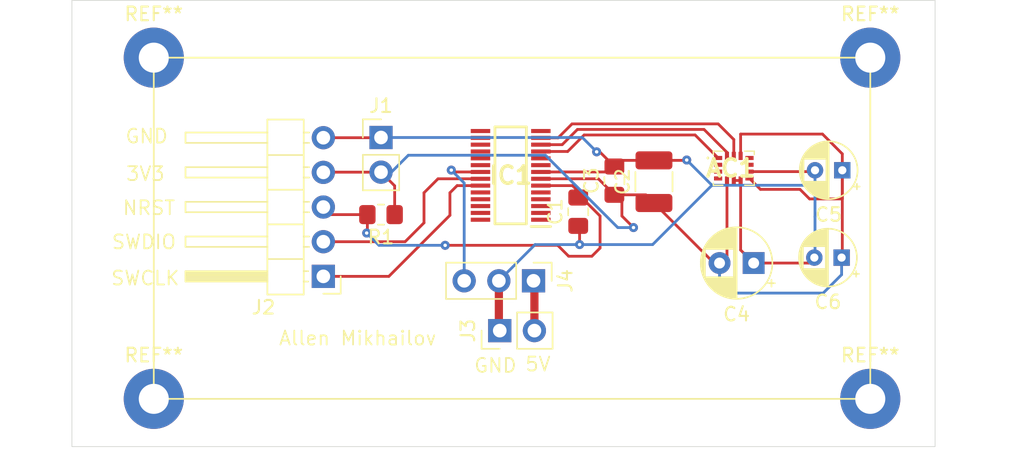
<source format=kicad_pcb>
(kicad_pcb (version 20240108) (generator "pcbnew") (generator_version "8.0")
  (layers (0 "F.Cu" signal) (31 "B.Cu" signal) (34 "B.Paste" user) (35 "F.Paste" user) (36 "B.SilkS" user "B.Silkscreen") (37 "F.SilkS" user "F.Silkscreen") (38 "B.Mask" user) (39 "F.Mask" user) (44 "Edge.Cuts" user))
  (net 0 "")
  (net 1 "NRST")
  (net 2 "GND")
  (net 3 "+3.3V")
  (net 4 "SWDIO")
  (net 5 "SPI0_PICO")
  (net 6 "SWCLK")
  (net 26 "+5V")
  (net 31 "SPI1_PICO")
  (net 32 "SPI0_SCK")
  (net 33 "SPI0_POCI")
  (footprint "MountingHole:MountingHole_2.2mm_M2_Pad" (layer "F.Cu") (at 165 90)
    (property "Reference" "REF**" (at 0 -3.2 0) (layer "F.SilkS"))
    (property "Value" "MountingHole_2.2mm_M2_Pad")
    (pad "1" thru_hole circle (at 0 0) (size 4.4 4.4) (drill 2.2) (layers "*.Cu" "*.Mask"))
  )
  (footprint "Capacitor_SMD:C_1210_3225Metric_Pad1.33x2.70mm_HandSolder" (layer "F.Cu") (at 201.65 99.0875 90)
    (property "Reference" "C2" (at 0 -2.3 90) (layer "F.SilkS"))
    (property "Value" "10 uF")
    (pad "1" smd roundrect (at -1.5625 0 90) (size 1.325 2.7) (layers "F.Cu" "F.Paste" "F.Mask") (roundrect_rratio 0.188679) (net 3 "+3.3V"))
    (pad "2" smd roundrect (at 1.5625 0 90) (size 1.325 2.7) (layers "F.Cu" "F.Paste" "F.Mask") (roundrect_rratio 0.188679) (net 2 "GND"))
  )
  (footprint "Connector_PinHeader_2.54mm:PinHeader_1x03_P2.54mm_Vertical" (layer "F.Cu") (at 192.825 106.35 -90)
    (property "Reference" "J4" (at 0 -2.33 90) (layer "F.SilkS"))
    (property "Value" "Conn_01x03")
    (pad "1" thru_hole rect (at 0 0 270) (size 1.7 1.7) (drill 1) (layers "*.Cu" "*.Mask") (net 26 "+5V"))
    (pad "2" thru_hole oval (at 0 2.54 270) (size 1.7 1.7) (drill 1) (layers "*.Cu" "*.Mask") (net 2 "GND"))
    (pad "3" thru_hole oval (at 0 5.08 270) (size 1.7 1.7) (drill 1) (layers "*.Cu" "*.Mask") (net 31 "SPI1_PICO"))
  )
  (footprint "Capacitor_THT:CP_Radial_D4.0mm_P2.00mm" (layer "F.Cu") (at 215.4 104.65 180)
    (property "Reference" "C6" (at 1 -3.25 360) (layer "F.SilkS"))
    (property "Value" "2.2 uF")
    (pad "1" thru_hole rect (at 0 0 180) (size 1.2 1.2) (drill 0.6) (layers "*.Cu" "*.Mask") (net 3 "+3.3V"))
    (pad "2" thru_hole circle (at 2 0 180) (size 1.2 1.2) (drill 0.6) (layers "*.Cu" "*.Mask") (net 2 "GND"))
  )
  (footprint "Connector_PinHeader_2.54mm:PinHeader_1x05_P2.54mm_Horizontal" (layer "F.Cu") (at 177.425 106.025 180)
    (property "Reference" "J2" (at 4.385 -2.27 360) (layer "F.SilkS"))
    (property "Value" "Conn_01x05")
    (pad "1" thru_hole rect (at 0 0 180) (size 1.7 1.7) (drill 1) (layers "*.Cu" "*.Mask") (net 6 "SWCLK"))
    (pad "2" thru_hole oval (at 0 2.54 180) (size 1.7 1.7) (drill 1) (layers "*.Cu" "*.Mask") (net 4 "SWDIO"))
    (pad "3" thru_hole oval (at 0 5.08 180) (size 1.7 1.7) (drill 1) (layers "*.Cu" "*.Mask") (net 1 "NRST"))
    (pad "4" thru_hole oval (at 0 7.62 180) (size 1.7 1.7) (drill 1) (layers "*.Cu" "*.Mask") (net 3 "+3.3V"))
    (pad "5" thru_hole oval (at 0 10.16 180) (size 1.7 1.7) (drill 1) (layers "*.Cu" "*.Mask") (net 2 "GND"))
  )
  (footprint "SamacSys_Parts:IIM42352" (layer "F.Cu") (at 207.5 98.1)
    (property "Reference" "AC1" (at -0.225 0 0) (layer "F.SilkS") (effects (font (size 1.27 1.27) (thickness 0.254))))
    (property "Value" "ICM-40627" (hide yes))
    (pad "1" smd rect (at -1.15 -0.75 90) (size 0.3 0.6) (layers "F.Cu" "F.Paste" "F.Mask") (net 33 "SPI0_POCI"))
    (pad "2" smd rect (at -1.15 -0.25 90) (size 0.3 0.6) (layers "F.Cu" "F.Paste" "F.Mask"))
    (pad "3" smd rect (at -1.15 0.25 90) (size 0.3 0.6) (layers "F.Cu" "F.Paste" "F.Mask"))
    (pad "4" smd rect (at -1.15 0.75 90) (size 0.3 0.6) (layers "F.Cu" "F.Paste" "F.Mask"))
    (pad "5" smd rect (at -0.5 0.9) (size 0.3 0.6) (layers "F.Cu" "F.Paste" "F.Mask") (net 3 "+3.3V"))
    (pad "6" smd rect (at 0 0.9) (size 0.3 0.6) (layers "F.Cu" "F.Paste" "F.Mask") (net 2 "GND"))
    (pad "7" smd rect (at 0.5 0.9) (size 0.3 0.6) (layers "F.Cu" "F.Paste" "F.Mask") (net 2 "GND"))
    (pad "8" smd rect (at 1.15 0.75 90) (size 0.3 0.6) (layers "F.Cu" "F.Paste" "F.Mask") (net 3 "+3.3V"))
    (pad "9" smd rect (at 1.15 0.25 90) (size 0.3 0.6) (layers "F.Cu" "F.Paste" "F.Mask") (net 2 "GND"))
    (pad "10" smd rect (at 1.15 -0.25 90) (size 0.3 0.6) (layers "F.Cu" "F.Paste" "F.Mask"))
    (pad "11" smd rect (at 1.15 -0.75 90) (size 0.3 0.6) (layers "F.Cu" "F.Paste" "F.Mask"))
    (pad "12" smd rect (at 0.5 -0.9) (size 0.3 0.6) (layers "F.Cu" "F.Paste" "F.Mask") (net 3 "+3.3V"))
    (pad "13" smd rect (at 0 -0.9) (size 0.3 0.6) (layers "F.Cu" "F.Paste" "F.Mask") (net 32 "SPI0_SCK"))
    (pad "14" smd rect (at -0.5 -0.9) (size 0.3 0.6) (layers "F.Cu" "F.Paste" "F.Mask") (net 5 "SPI0_PICO"))
  )
  (footprint "Connector_PinHeader_2.54mm:PinHeader_1x02_P2.54mm_Vertical" (layer "F.Cu") (at 190.35 110 90)
    (property "Reference" "J3" (at 0 -2.33 90) (layer "F.SilkS"))
    (property "Value" "Conn_01x02")
    (pad "1" thru_hole rect (at 0 0 90) (size 1.7 1.7) (drill 1) (layers "*.Cu" "*.Mask") (net 2 "GND"))
    (pad "2" thru_hole oval (at 0 2.54 90) (size 1.7 1.7) (drill 1) (layers "*.Cu" "*.Mask") (net 26 "+5V"))
  )
  (footprint "SamacSys_Parts:SOP50P490X110-28N" (layer "F.Cu") (at 191.15 98.625 180)
    (property "Reference" "IC1" (at 0 0 360) (layer "F.SilkS") (effects (font (size 1.27 1.27) (thickness 0.254))))
    (property "Value" "M0G3507QDGS28RQ1" (hide yes))
    (pad "1" smd rect (at -2.212 -3.25 270) (size 0.3 1.425) (layers "F.Cu" "F.Paste" "F.Mask"))
    (pad "2" smd rect (at -2.212 -2.75 270) (size 0.3 1.425) (layers "F.Cu" "F.Paste" "F.Mask"))
    (pad "3" smd rect (at -2.212 -2.25 270) (size 0.3 1.425) (layers "F.Cu" "F.Paste" "F.Mask"))
    (pad "4" smd rect (at -2.212 -1.75 270) (size 0.3 1.425) (layers "F.Cu" "F.Paste" "F.Mask"))
    (pad "5" smd rect (at -2.212 -1.25 270) (size 0.3 1.425) (layers "F.Cu" "F.Paste" "F.Mask"))
    (pad "6" smd rect (at -2.212 -0.75 270) (size 0.3 1.425) (layers "F.Cu" "F.Paste" "F.Mask") (net 1 "NRST"))
    (pad "7" smd rect (at -2.212 -0.25 270) (size 0.3 1.425) (layers "F.Cu" "F.Paste" "F.Mask") (net 3 "+3.3V"))
    (pad "8" smd rect (at -2.212 0.25 270) (size 0.3 1.425) (layers "F.Cu" "F.Paste" "F.Mask") (net 2 "GND"))
    (pad "9" smd rect (at -2.212 0.75 270) (size 0.3 1.425) (layers "F.Cu" "F.Paste" "F.Mask"))
    (pad "10" smd rect (at -2.212 1.25 270) (size 0.3 1.425) (layers "F.Cu" "F.Paste" "F.Mask"))
    (pad "11" smd rect (at -2.212 1.75 270) (size 0.3 1.425) (layers "F.Cu" "F.Paste" "F.Mask") (net 33 "SPI0_POCI"))
    (pad "12" smd rect (at -2.212 2.25 270) (size 0.3 1.425) (layers "F.Cu" "F.Paste" "F.Mask") (net 5 "SPI0_PICO"))
    (pad "13" smd rect (at -2.212 2.75 270) (size 0.3 1.425) (layers "F.Cu" "F.Paste" "F.Mask") (net 32 "SPI0_SCK"))
    (pad "14" smd rect (at -2.212 3.25 270) (size 0.3 1.425) (layers "F.Cu" "F.Paste" "F.Mask"))
    (pad "15" smd rect (at 2.212 3.25 270) (size 0.3 1.425) (layers "F.Cu" "F.Paste" "F.Mask"))
    (pad "16" smd rect (at 2.212 2.75 270) (size 0.3 1.425) (layers "F.Cu" "F.Paste" "F.Mask"))
    (pad "17" smd rect (at 2.212 2.25 270) (size 0.3 1.425) (layers "F.Cu" "F.Paste" "F.Mask"))
    (pad "18" smd rect (at 2.212 1.75 270) (size 0.3 1.425) (layers "F.Cu" "F.Paste" "F.Mask"))
    (pad "19" smd rect (at 2.212 1.25 270) (size 0.3 1.425) (layers "F.Cu" "F.Paste" "F.Mask"))
    (pad "20" smd rect (at 2.212 0.75 270) (size 0.3 1.425) (layers "F.Cu" "F.Paste" "F.Mask"))
    (pad "21" smd rect (at 2.212 0.25 270) (size 0.3 1.425) (layers "F.Cu" "F.Paste" "F.Mask") (net 31 "SPI1_PICO"))
    (pad "22" smd rect (at 2.212 -0.25 270) (size 0.3 1.425) (layers "F.Cu" "F.Paste" "F.Mask") (net 4 "SWDIO"))
    (pad "23" smd rect (at 2.212 -0.75 270) (size 0.3 1.425) (layers "F.Cu" "F.Paste" "F.Mask") (net 6 "SWCLK"))
    (pad "24" smd rect (at 2.212 -1.25 270) (size 0.3 1.425) (layers "F.Cu" "F.Paste" "F.Mask"))
    (pad "25" smd rect (at 2.212 -1.75 270) (size 0.3 1.425) (layers "F.Cu" "F.Paste" "F.Mask"))
    (pad "26" smd rect (at 2.212 -2.25 270) (size 0.3 1.425) (layers "F.Cu" "F.Paste" "F.Mask"))
    (pad "27" smd rect (at 2.212 -2.75 270) (size 0.3 1.425) (layers "F.Cu" "F.Paste" "F.Mask"))
    (pad "28" smd rect (at 2.212 -3.25 270) (size 0.3 1.425) (layers "F.Cu" "F.Paste" "F.Mask"))
  )
  (footprint "Resistor_SMD:R_0805_2012Metric_Pad1.20x1.40mm_HandSolder" (layer "F.Cu") (at 181.65 101.5 180)
    (property "Reference" "R1" (at 0 -1.65 360) (layer "F.SilkS"))
    (property "Value" "R")
    (pad "1" smd roundrect (at -1 0 180) (size 1.2 1.4) (layers "F.Cu" "F.Paste" "F.Mask") (roundrect_rratio 0.208333) (net 3 "+3.3V"))
    (pad "2" smd roundrect (at 1 0 180) (size 1.2 1.4) (layers "F.Cu" "F.Paste" "F.Mask") (roundrect_rratio 0.208333) (net 1 "NRST"))
  )
  (footprint "MountingHole:MountingHole_2.2mm_M2_Pad" (layer "F.Cu") (at 165 115)
    (property "Reference" "REF**" (at 0 -3.2 0) (layer "F.SilkS"))
    (property "Value" "MountingHole_2.2mm_M2_Pad")
    (pad "1" thru_hole circle (at 0 0) (size 4.4 4.4) (drill 2.2) (layers "*.Cu" "*.Mask"))
  )
  (footprint "Capacitor_SMD:C_0805_2012Metric_Pad1.18x1.45mm_HandSolder" (layer "F.Cu") (at 196.1 101.2875 90)
    (property "Reference" "C1" (at 0 -1.68 90) (layer "F.SilkS"))
    (property "Value" "10 nF")
    (pad "1" smd roundrect (at -1.0375 0 90) (size 1.175 1.45) (layers "F.Cu" "F.Paste" "F.Mask") (roundrect_rratio 0.212766) (net 2 "GND"))
    (pad "2" smd roundrect (at 1.0375 0 90) (size 1.175 1.45) (layers "F.Cu" "F.Paste" "F.Mask") (roundrect_rratio 0.212766) (net 1 "NRST"))
  )
  (footprint "Capacitor_THT:CP_Radial_D4.0mm_P2.00mm" (layer "F.Cu") (at 215.45 98.25 180)
    (property "Reference" "C5" (at 1 -3.25 360) (layer "F.SilkS"))
    (property "Value" "0.1 uF")
    (pad "1" thru_hole rect (at 0 0 180) (size 1.2 1.2) (drill 0.6) (layers "*.Cu" "*.Mask") (net 3 "+3.3V"))
    (pad "2" thru_hole circle (at 2 0 180) (size 1.2 1.2) (drill 0.6) (layers "*.Cu" "*.Mask") (net 2 "GND"))
  )
  (footprint "MountingHole:MountingHole_2.2mm_M2_Pad" (layer "F.Cu") (at 217.5 115)
    (property "Reference" "REF**" (at 0 -3.2 0) (layer "F.SilkS"))
    (property "Value" "MountingHole_2.2mm_M2_Pad")
    (pad "1" thru_hole circle (at 0 0) (size 4.4 4.4) (drill 2.2) (layers "*.Cu" "*.Mask"))
  )
  (footprint "MountingHole:MountingHole_2.2mm_M2_Pad" (layer "F.Cu") (at 217.5 90)
    (property "Reference" "REF**" (at 0 -3.2 0) (layer "F.SilkS"))
    (property "Value" "MountingHole_2.2mm_M2_Pad")
    (pad "1" thru_hole circle (at 0 0) (size 4.4 4.4) (drill 2.2) (layers "*.Cu" "*.Mask"))
  )
  (footprint "Connector_PinHeader_2.54mm:PinHeader_1x02_P2.54mm_Vertical" (layer "F.Cu") (at 181.65 95.85)
    (property "Reference" "J1" (at 0 -2.33 0) (layer "F.SilkS"))
    (property "Value" "Conn_01x02")
    (pad "1" thru_hole rect (at 0 0) (size 1.7 1.7) (drill 1) (layers "*.Cu" "*.Mask") (net 2 "GND"))
    (pad "2" thru_hole oval (at 0 2.54) (size 1.7 1.7) (drill 1) (layers "*.Cu" "*.Mask") (net 3 "+3.3V"))
  )
  (footprint "Capacitor_SMD:C_0805_2012Metric_Pad1.18x1.45mm_HandSolder" (layer "F.Cu") (at 198.75 99.0125 90)
    (property "Reference" "C3" (at 0 -1.68 90) (layer "F.SilkS"))
    (property "Value" "0.1 uF")
    (pad "1" smd roundrect (at -1.0375 0 90) (size 1.175 1.45) (layers "F.Cu" "F.Paste" "F.Mask") (roundrect_rratio 0.212766) (net 3 "+3.3V"))
    (pad "2" smd roundrect (at 1.0375 0 90) (size 1.175 1.45) (layers "F.Cu" "F.Paste" "F.Mask") (roundrect_rratio 0.212766) (net 2 "GND"))
  )
  (footprint "Capacitor_THT:CP_Radial_D5.0mm_P2.50mm" (layer "F.Cu") (at 208.955113 105.05 180)
    (property "Reference" "C4" (at 1.25 -3.75 360) (layer "F.SilkS"))
    (property "Value" "10 nF")
    (pad "1" thru_hole rect (at 0 0 180) (size 1.6 1.6) (drill 0.8) (layers "*.Cu" "*.Mask") (net 2 "GND"))
    (pad "2" thru_hole circle (at 2.5 0 180) (size 1.6 1.6) (drill 0.8) (layers "*.Cu" "*.Mask") (net 3 "+3.3V"))
  )
  (gr_line (start 217.5 90) (end 165 90) (stroke (width 0.127)) (layer "F.SilkS"))
  (gr_line (start 165 90) (end 165 115) (stroke (width 0.127)) (layer "F.SilkS"))
  (gr_line (start 217.5 115) (end 217.5 90) (stroke (width 0.127)) (layer "F.SilkS"))
  (gr_line (start 165 115) (end 217.5 115) (stroke (width 0.127)) (layer "F.SilkS"))
  (gr_rect (start 159 85.8) (end 222.25 118.5) (stroke (width 0.0508)) (fill none) (layer "Edge.Cuts"))
  (gr_text "5V" (at 192.15 113.05 0) (layer "F.SilkS") (effects (font (size 1.016 1.016) (thickness 0.127)) (justify left bottom)))
  (gr_text "SWCLK" (at 161.8 106.75 0) (layer "F.SilkS") (effects (font (size 1.016 1.016) (thickness 0.127)) (justify left bottom)))
  (gr_text "GND" (at 188.4 113.15 0) (layer "F.SilkS") (effects (font (size 1.016 1.016) (thickness 0.127)) (justify left bottom)))
  (gr_text "SWDIO" (at 161.85 104.1 0) (layer "F.SilkS") (effects (font (size 1.016 1.016) (thickness 0.127)) (justify left bottom)))
  (gr_text "3V3" (at 162.9 99.1 0) (layer "F.SilkS") (effects (font (size 1.016 1.016) (thickness 0.127)) (justify left bottom)))
  (gr_text "GND" (at 162.85 96.35 0) (layer "F.SilkS") (effects (font (size 1.016 1.016) (thickness 0.127)) (justify left bottom)))
  (gr_text "NRST" (at 162.65 101.6 0) (layer "F.SilkS") (effects (font (size 1.016 1.016) (thickness 0.127)) (justify left bottom)))
  (gr_text "Allen Mikhailov" (at 174.1 111.15 0) (layer "F.SilkS") (effects (font (size 1.016 1.016) (thickness 0.127)) (justify left bottom)))
  (segment (start 194.6 103.75) (end 195.4 104.55) (width 0.2032) (layer "F.Cu") (net 1))
  (segment (start 180.65 102.8) (end 180.6 102.85) (width 0.2032) (layer "F.Cu") (net 1))
  (segment (start 180.65 101.5) (end 177.98 101.5) (width 0.2032) (layer "F.Cu") (net 1))
  (segment (start 197.7 103.95) (end 197.7 101.6) (width 0.2032) (layer "F.Cu") (net 1))
  (segment (start 177.98 101.5) (end 177.425 100.945) (width 0.2032) (layer "F.Cu") (net 1))
  (segment (start 195.4 104.55) (end 197.1 104.55) (width 0.2032) (layer "F.Cu") (net 1))
  (segment (start 196.15 99.85) (end 195.675 99.375) (width 0.2032) (layer "F.Cu") (net 1))
  (segment (start 196.35 100.25) (end 196.1 100.25) (width 0.2032) (layer "F.Cu") (net 1))
  (segment (start 197.1 104.55) (end 197.7 103.95) (width 0.2032) (layer "F.Cu") (net 1))
  (segment (start 195.675 99.375) (end 193.362 99.375) (width 0.2032) (layer "F.Cu") (net 1))
  (segment (start 180.65 101.5) (end 180.65 102.8) (width 0.2032) (layer "F.Cu") (net 1))
  (segment (start 197.7 101.6) (end 196.35 100.25) (width 0.2032) (layer "F.Cu") (net 1))
  (segment (start 186.35 103.75) (end 194.6 103.75) (width 0.2032) (layer "F.Cu") (net 1))
  (via (at 186.35 103.75) (size 0.6604) (drill 0.254) (layers "F.Cu" "B.Cu") (net 1))
  (via (at 180.6 102.85) (size 0.6604) (drill 0.254) (layers "F.Cu" "B.Cu") (net 1))
  (segment (start 180.6 102.85) (end 181.5 103.75) (width 0.2032) (layer "B.Cu") (net 1))
  (segment (start 181.5 103.75) (end 186.35 103.75) (width 0.2032) (layer "B.Cu") (net 1))
  (segment (start 198.75 97.975) (end 198.35 98.375) (width 0.2032) (layer "F.Cu") (net 2))
  (segment (start 204.025 97.525) (end 204.05 97.5) (width 0.2032) (layer "F.Cu") (net 2))
  (segment (start 199.2 97.525) (end 198.75 97.975) (width 0.2032) (layer "F.Cu") (net 2))
  (segment (start 213.35 98.35) (end 208.65 98.35) (width 0.2032) (layer "F.Cu") (net 2))
  (segment (start 201.65 97.525) (end 204.025 97.525) (width 0.2032) (layer "F.Cu") (net 2))
  (segment (start 181.635 95.865) (end 181.65 95.85) (width 0.2032) (layer "F.Cu") (net 2))
  (segment (start 208 104.094887) (end 208 99) (width 0.2032) (layer "F.Cu") (net 2))
  (segment (start 190.285 106.35) (end 190.285 109.935) (width 0.6) (layer "F.Cu") (net 2))
  (segment (start 201.65 97.525) (end 199.2 97.525) (width 0.2032) (layer "F.Cu") (net 2))
  (segment (start 190.285 109.935) (end 190.35 110) (width 0.6) (layer "F.Cu") (net 2))
  (segment (start 197.45 96.9) (end 197.675 96.9) (width 0.2032) (layer "F.Cu") (net 2))
  (segment (start 196.2 103.6952) (end 196.2 101.975) (width 0.2032) (layer "F.Cu") (net 2))
  (segment (start 213.45 98.25) (end 213.35 98.35) (width 0.2032) (layer "F.Cu") (net 2))
  (segment (start 196.2 101.975) (end 196.15 101.925) (width 0.2032) (layer "F.Cu") (net 2))
  (segment (start 207.5 99) (end 208 99) (width 0.2032) (layer "F.Cu") (net 2))
  (segment (start 208.955113 105.05) (end 213 105.05) (width 0.2032) (layer "F.Cu") (net 2))
  (segment (start 198.35 98.375) (end 193.362 98.375) (width 0.2032) (layer "F.Cu") (net 2))
  (segment (start 177.425 95.865) (end 181.635 95.865) (width 0.2032) (layer "F.Cu") (net 2))
  (segment (start 213 105.05) (end 213.4 104.65) (width 0.2032) (layer "F.Cu") (net 2))
  (segment (start 208.955113 105.05) (end 208 104.094887) (width 0.2032) (layer "F.Cu") (net 2))
  (segment (start 197.675 96.9) (end 198.75 97.975) (width 0.2032) (layer "F.Cu") (net 2))
  (via (at 196.2 103.6952) (size 0.6604) (drill 0.254) (layers "F.Cu" "B.Cu") (net 2))
  (via (at 204.05 97.5) (size 0.6604) (drill 0.254) (layers "F.Cu" "B.Cu") (net 2))
  (via (at 197.45 96.9) (size 0.6604) (drill 0.254) (layers "F.Cu" "B.Cu") (net 2))
  (segment (start 196.2 103.6952) (end 192.9398 103.6952) (width 0.2032) (layer "B.Cu") (net 2))
  (segment (start 196.4 95.85) (end 197.45 96.9) (width 0.2032) (layer "B.Cu") (net 2))
  (segment (start 201.5548 103.6952) (end 205.9 99.35) (width 0.2032) (layer "B.Cu") (net 2))
  (segment (start 196.2 103.6952) (end 201.5548 103.6952) (width 0.2032) (layer "B.Cu") (net 2))
  (segment (start 192.9398 103.6952) (end 190.285 106.35) (width 0.2032) (layer "B.Cu") (net 2))
  (segment (start 204.05 97.5) (end 205.9 99.35) (width 0.2032) (layer "B.Cu") (net 2))
  (segment (start 213.45 101.65) (end 213.45 104.6) (width 0.2032) (layer "B.Cu") (net 2))
  (segment (start 213.45 98.25) (end 213.45 99.35) (width 0.2032) (layer "B.Cu") (net 2))
  (segment (start 205.9 99.35) (end 213.45 99.35) (width 0.2032) (layer "B.Cu") (net 2))
  (segment (start 213.45 104.6) (end 213.4 104.65) (width 0.2032) (layer "B.Cu") (net 2))
  (segment (start 181.65 95.85) (end 196.4 95.85) (width 0.2032) (layer "B.Cu") (net 2))
  (segment (start 213.45 99.35) (end 213.45 101.65) (width 0.2032) (layer "B.Cu") (net 2))
  (segment (start 208 97.2) (end 208 95.6) (width 0.2032) (layer "F.Cu") (net 3))
  (segment (start 215.45 97.05) (end 215.45 98.25) (width 0.2032) (layer "F.Cu") (net 3))
  (segment (start 199.3 101.6) (end 199.3 100.6) (width 0.2032) (layer "F.Cu") (net 3))
  (segment (start 201.65 100.65) (end 206.05 105.05) (width 0.2032) (layer "F.Cu") (net 3))
  (segment (start 212.35 99.65) (end 213.05 100.35) (width 0.2032) (layer "F.Cu") (net 3))
  (segment (start 214 95.6) (end 215.45 97.05) (width 0.2032) (layer "F.Cu") (net 3))
  (segment (start 177.44 98.39) (end 177.425 98.405) (width 0.2032) (layer "F.Cu") (net 3))
  (segment (start 198.75 100.05) (end 201.05 100.05) (width 0.2032) (layer "F.Cu") (net 3))
  (segment (start 199.3 100.6) (end 198.75 100.05) (width 0.2032) (layer "F.Cu") (net 3))
  (segment (start 215.45 98.25) (end 215.45 104.6) (width 0.2032) (layer "F.Cu") (net 3))
  (segment (start 198.75 100.05) (end 197.575 98.875) (width 0.2032) (layer "F.Cu") (net 3))
  (segment (start 182.65 99.39) (end 181.65 98.39) (width 0.2032) (layer "F.Cu") (net 3))
  (segment (start 215.45 104.6) (end 215.4 104.65) (width 0.2032) (layer "F.Cu") (net 3))
  (segment (start 181.65 98.39) (end 177.44 98.39) (width 0.2032) (layer "F.Cu") (net 3))
  (segment (start 207 104.505113) (end 207 99) (width 0.2032) (layer "F.Cu") (net 3))
  (segment (start 200.15 102.45) (end 199.3 101.6) (width 0.2032) (layer "F.Cu") (net 3))
  (segment (start 213.05 100.35) (end 215.45 100.35) (width 0.2032) (layer "F.Cu") (net 3))
  (segment (start 209.45 99.65) (end 212.35 99.65) (width 0.2032) (layer "F.Cu") (net 3))
  (segment (start 206.05 105.05) (end 206.455113 105.05) (width 0.2032) (layer "F.Cu") (net 3))
  (segment (start 215.45 100.35) (end 215.45 98.25) (width 0.2032) (layer "F.Cu") (net 3))
  (segment (start 201.05 100.05) (end 201.65 100.65) (width 0.2032) (layer "F.Cu") (net 3))
  (segment (start 206.455113 105.05) (end 207 104.505113) (width 0.2032) (layer "F.Cu") (net 3))
  (segment (start 208 95.6) (end 214 95.6) (width 0.2032) (layer "F.Cu") (net 3))
  (segment (start 182.65 101.5) (end 182.65 99.39) (width 0.2032) (layer "F.Cu") (net 3))
  (segment (start 197.575 98.875) (end 193.362 98.875) (width 0.2032) (layer "F.Cu") (net 3))
  (segment (start 208.65 98.85) (end 209.45 99.65) (width 0.2032) (layer "F.Cu") (net 3))
  (via (at 200.15 102.45) (size 0.6604) (drill 0.254) (layers "F.Cu" "B.Cu") (net 3))
  (segment (start 199 102.45) (end 193.7 97.15) (width 0.2032) (layer "B.Cu") (net 3))
  (segment (start 207.65 107.25) (end 214.05 107.25) (width 0.2032) (layer "B.Cu") (net 3))
  (segment (start 206.455113 106.055113) (end 207.65 107.25) (width 0.2032) (layer "B.Cu") (net 3))
  (segment (start 206.455113 105.05) (end 206.455113 106.055113) (width 0.2032) (layer "B.Cu") (net 3))
  (segment (start 183.65 97.15) (end 182.41 98.39) (width 0.2032) (layer "B.Cu") (net 3))
  (segment (start 214.05 107.25) (end 215.4 105.9) (width 0.2032) (layer "B.Cu") (net 3))
  (segment (start 200.15 102.45) (end 199 102.45) (width 0.2032) (layer "B.Cu") (net 3))
  (segment (start 215.4 105.9) (end 215.4 104.65) (width 0.2032) (layer "B.Cu") (net 3))
  (segment (start 193.7 97.15) (end 183.65 97.15) (width 0.2032) (layer "B.Cu") (net 3))
  (segment (start 182.41 98.39) (end 181.65 98.39) (width 0.2032) (layer "B.Cu") (net 3))
  (segment (start 185.825 98.875) (end 188.938 98.875) (width 0.2032) (layer "F.Cu") (net 4))
  (segment (start 177.425 103.485) (end 183.415 103.485) (width 0.2032) (layer "F.Cu") (net 4))
  (segment (start 184.8 99.9) (end 185.825 98.875) (width 0.2032) (layer "F.Cu") (net 4))
  (segment (start 184.8 102.1) (end 184.8 99.9) (width 0.2032) (layer "F.Cu") (net 4))
  (segment (start 183.415 103.485) (end 184.8 102.1) (width 0.2032) (layer "F.Cu") (net 4))
  (segment (start 207 96.9404) (end 205.3182 95.2586) (width 0.2032) (layer "F.Cu") (net 5))
  (segment (start 207 97.2) (end 207 96.9404) (width 0.2032) (layer "F.Cu") (net 5))
  (segment (start 196.0414 95.2586) (end 194.925 96.375) (width 0.2032) (layer "F.Cu") (net 5))
  (segment (start 194.925 96.375) (end 193.362 96.375) (width 0.2032) (layer "F.Cu") (net 5))
  (segment (start 205.3182 95.2586) (end 196.0414 95.2586) (width 0.2032) (layer "F.Cu") (net 5))
  (segment (start 186.7 99.9) (end 187.225 99.375) (width 0.2032) (layer "F.Cu") (net 6))
  (segment (start 187.225 99.375) (end 188.938 99.375) (width 0.2032) (layer "F.Cu") (net 6))
  (segment (start 177.425 106.025) (end 182.225 106.025) (width 0.2032) (layer "F.Cu") (net 6))
  (segment (start 182.225 106.025) (end 186.7 101.55) (width 0.2032) (layer "F.Cu") (net 6))
  (segment (start 186.7 101.55) (end 186.7 99.9) (width 0.2032) (layer "F.Cu") (net 6))
  (segment (start 192.89 106.415) (end 192.825 106.35) (width 0.6) (layer "F.Cu") (net 26))
  (segment (start 192.89 110) (end 192.89 106.415) (width 0.6) (layer "F.Cu") (net 26))
  (segment (start 186.935 98.375) (end 188.938 98.375) (width 0.2032) (layer "F.Cu") (net 31))
  (segment (start 186.8 98.24) (end 186.935 98.375) (width 0.2032) (layer "F.Cu") (net 31))
  (via (at 186.8 98.24) (size 0.6604) (drill 0.254) (layers "F.Cu" "B.Cu") (net 31))
  (segment (start 187.745 99.185) (end 186.8 98.24) (width 0.2032) (layer "B.Cu") (net 31))
  (segment (start 187.745 106.35) (end 187.745 99.185) (width 0.2032) (layer "B.Cu") (net 31))
  (segment (start 194.625 95.875) (end 193.362 95.875) (width 0.2032) (layer "F.Cu") (net 32))
  (segment (start 207.5 97.2) (end 207.5 95.998026) (width 0.2032) (layer "F.Cu") (net 32))
  (segment (start 207.5 95.998026) (end 206.354174 94.8522) (width 0.2032) (layer "F.Cu") (net 32))
  (segment (start 206.354174 94.8522) (end 195.6478 94.8522) (width 0.2032) (layer "F.Cu") (net 32))
  (segment (start 195.6478 94.8522) (end 194.625 95.875) (width 0.2032) (layer "F.Cu") (net 32))
  (segment (start 206.35 97.35) (end 204.665 95.665) (width 0.2032) (layer "F.Cu") (net 33))
  (segment (start 195.325 96.875) (end 193.362 96.875) (width 0.2032) (layer "F.Cu") (net 33))
  (segment (start 204.665 95.665) (end 196.535 95.665) (width 0.2032) (layer "F.Cu") (net 33))
  (segment (start 196.535 95.665) (end 195.325 96.875) (width 0.2032) (layer "F.Cu") (net 33))
)
</source>
